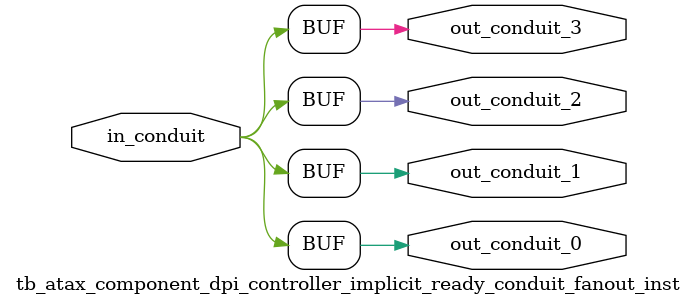
<source format=sv>


 


// --------------------------------------------------------------------------------
//| Avalon Conduit Fan-Out
// --------------------------------------------------------------------------------

// ------------------------------------------
// Generation parameters:
//   output_name:       tb_atax_component_dpi_controller_implicit_ready_conduit_fanout_inst
//   numFanOut:         4
//   
// ------------------------------------------

module tb_atax_component_dpi_controller_implicit_ready_conduit_fanout_inst (     

// Interface: out_conduit_0
 output                    out_conduit_0,
// Interface: out_conduit_1
 output                    out_conduit_1,
// Interface: out_conduit_2
 output                    out_conduit_2,
// Interface: out_conduit_3
 output                    out_conduit_3,

// Interface: in_conduit
 input                   in_conduit

);

   assign  out_conduit_0 = in_conduit;
   assign  out_conduit_1 = in_conduit;
   assign  out_conduit_2 = in_conduit;
   assign  out_conduit_3 = in_conduit;

endmodule //


</source>
